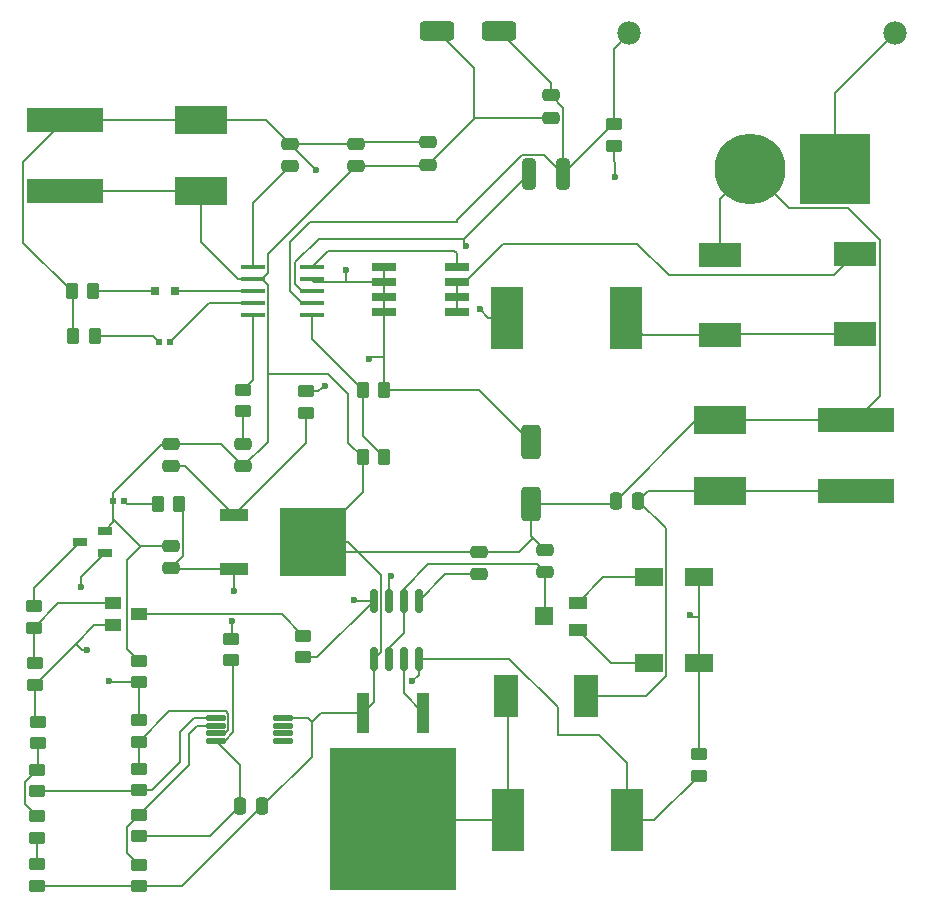
<source format=gbr>
%TF.GenerationSoftware,KiCad,Pcbnew,8.0.1*%
%TF.CreationDate,2024-03-28T16:14:10+02:00*%
%TF.ProjectId,power,706f7765-722e-46b6-9963-61645f706362,rev?*%
%TF.SameCoordinates,Original*%
%TF.FileFunction,Copper,L1,Top*%
%TF.FilePolarity,Positive*%
%FSLAX46Y46*%
G04 Gerber Fmt 4.6, Leading zero omitted, Abs format (unit mm)*
G04 Created by KiCad (PCBNEW 8.0.1) date 2024-03-28 16:14:10*
%MOMM*%
%LPD*%
G01*
G04 APERTURE LIST*
G04 Aperture macros list*
%AMRoundRect*
0 Rectangle with rounded corners*
0 $1 Rounding radius*
0 $2 $3 $4 $5 $6 $7 $8 $9 X,Y pos of 4 corners*
0 Add a 4 corners polygon primitive as box body*
4,1,4,$2,$3,$4,$5,$6,$7,$8,$9,$2,$3,0*
0 Add four circle primitives for the rounded corners*
1,1,$1+$1,$2,$3*
1,1,$1+$1,$4,$5*
1,1,$1+$1,$6,$7*
1,1,$1+$1,$8,$9*
0 Add four rect primitives between the rounded corners*
20,1,$1+$1,$2,$3,$4,$5,0*
20,1,$1+$1,$4,$5,$6,$7,0*
20,1,$1+$1,$6,$7,$8,$9,0*
20,1,$1+$1,$8,$9,$2,$3,0*%
G04 Aperture macros list end*
%TA.AperFunction,SMDPad,CuDef*%
%ADD10R,1.400000X1.000000*%
%TD*%
%TA.AperFunction,ComponentPad*%
%ADD11C,6.000000*%
%TD*%
%TA.AperFunction,ComponentPad*%
%ADD12R,6.000000X6.000000*%
%TD*%
%TA.AperFunction,SMDPad,CuDef*%
%ADD13RoundRect,0.250000X0.475000X-0.250000X0.475000X0.250000X-0.475000X0.250000X-0.475000X-0.250000X0*%
%TD*%
%TA.AperFunction,SMDPad,CuDef*%
%ADD14R,0.500000X0.600000*%
%TD*%
%TA.AperFunction,SMDPad,CuDef*%
%ADD15RoundRect,0.042000X0.573000X0.258000X-0.573000X0.258000X-0.573000X-0.258000X0.573000X-0.258000X0*%
%TD*%
%TA.AperFunction,SMDPad,CuDef*%
%ADD16R,2.330000X1.560000*%
%TD*%
%TA.AperFunction,SMDPad,CuDef*%
%ADD17RoundRect,0.250000X-0.475000X0.250000X-0.475000X-0.250000X0.475000X-0.250000X0.475000X0.250000X0*%
%TD*%
%TA.AperFunction,SMDPad,CuDef*%
%ADD18R,1.041400X3.505200*%
%TD*%
%TA.AperFunction,SMDPad,CuDef*%
%ADD19R,10.718800X12.014200*%
%TD*%
%TA.AperFunction,SMDPad,CuDef*%
%ADD20RoundRect,0.250000X-0.262500X-0.450000X0.262500X-0.450000X0.262500X0.450000X-0.262500X0.450000X0*%
%TD*%
%TA.AperFunction,SMDPad,CuDef*%
%ADD21R,3.600000X2.000000*%
%TD*%
%TA.AperFunction,SMDPad,CuDef*%
%ADD22R,0.800000X0.800000*%
%TD*%
%TA.AperFunction,SMDPad,CuDef*%
%ADD23R,2.794000X5.308600*%
%TD*%
%TA.AperFunction,SMDPad,CuDef*%
%ADD24RoundRect,0.250000X0.450000X-0.262500X0.450000X0.262500X-0.450000X0.262500X-0.450000X-0.262500X0*%
%TD*%
%TA.AperFunction,SMDPad,CuDef*%
%ADD25RoundRect,0.250000X-0.450000X0.262500X-0.450000X-0.262500X0.450000X-0.262500X0.450000X0.262500X0*%
%TD*%
%TA.AperFunction,SMDPad,CuDef*%
%ADD26R,1.600000X1.100000*%
%TD*%
%TA.AperFunction,SMDPad,CuDef*%
%ADD27R,1.600000X1.600000*%
%TD*%
%TA.AperFunction,SMDPad,CuDef*%
%ADD28RoundRect,0.324000X-0.486000X1.146000X-0.486000X-1.146000X0.486000X-1.146000X0.486000X1.146000X0*%
%TD*%
%TA.AperFunction,SMDPad,CuDef*%
%ADD29R,2.000000X3.600000*%
%TD*%
%TA.AperFunction,SMDPad,CuDef*%
%ADD30R,6.500000X2.100000*%
%TD*%
%TA.AperFunction,SMDPad,CuDef*%
%ADD31R,4.500000X2.400000*%
%TD*%
%TA.AperFunction,SMDPad,CuDef*%
%ADD32R,2.400000X0.980000*%
%TD*%
%TA.AperFunction,SMDPad,CuDef*%
%ADD33R,5.570000X5.860000*%
%TD*%
%TA.AperFunction,SMDPad,CuDef*%
%ADD34RoundRect,0.020500X0.764500X0.184500X-0.764500X0.184500X-0.764500X-0.184500X0.764500X-0.184500X0*%
%TD*%
%TA.AperFunction,SMDPad,CuDef*%
%ADD35RoundRect,0.250000X0.312500X1.075000X-0.312500X1.075000X-0.312500X-1.075000X0.312500X-1.075000X0*%
%TD*%
%TA.AperFunction,SMDPad,CuDef*%
%ADD36RoundRect,0.250000X0.262500X0.450000X-0.262500X0.450000X-0.262500X-0.450000X0.262500X-0.450000X0*%
%TD*%
%TA.AperFunction,SMDPad,CuDef*%
%ADD37R,2.032000X0.660400*%
%TD*%
%TA.AperFunction,ComponentPad*%
%ADD38C,1.980000*%
%TD*%
%TA.AperFunction,SMDPad,CuDef*%
%ADD39RoundRect,0.250000X0.250000X0.475000X-0.250000X0.475000X-0.250000X-0.475000X0.250000X-0.475000X0*%
%TD*%
%TA.AperFunction,SMDPad,CuDef*%
%ADD40RoundRect,0.150000X0.150000X-0.825000X0.150000X0.825000X-0.150000X0.825000X-0.150000X-0.825000X0*%
%TD*%
%TA.AperFunction,SMDPad,CuDef*%
%ADD41RoundRect,0.324000X1.146000X0.486000X-1.146000X0.486000X-1.146000X-0.486000X1.146000X-0.486000X0*%
%TD*%
%TA.AperFunction,SMDPad,CuDef*%
%ADD42RoundRect,0.250000X-0.250000X-0.475000X0.250000X-0.475000X0.250000X0.475000X-0.250000X0.475000X0*%
%TD*%
%TA.AperFunction,SMDPad,CuDef*%
%ADD43R,2.000000X0.450000*%
%TD*%
%TA.AperFunction,ViaPad*%
%ADD44C,0.600000*%
%TD*%
%TA.AperFunction,Conductor*%
%ADD45C,0.200000*%
%TD*%
G04 APERTURE END LIST*
D10*
%TO.P,Q3,1,G*%
%TO.N,Net-(Q3-G)*%
X70142000Y-108796000D03*
%TO.P,Q3,2,S*%
%TO.N,/V_BAT+*%
X70142000Y-110696000D03*
%TO.P,Q3,3,D*%
%TO.N,/BOOST+*%
X72342000Y-109746000D03*
%TD*%
D11*
%TO.P,J2,N,NEG*%
%TO.N,GND*%
X124119000Y-72093000D03*
D12*
%TO.P,J2,P,POS*%
%TO.N,Net-(J2-POS)*%
X131319000Y-72093000D03*
%TD*%
D13*
%TO.P,C1,1*%
%TO.N,Net-(U1-INPUT)*%
X75097000Y-97234000D03*
%TO.P,C1,2*%
%TO.N,GND*%
X75097000Y-95334000D03*
%TD*%
D14*
%TO.P,D3,A*%
%TO.N,Net-(D3-PadA)*%
X71102000Y-100160000D03*
%TO.P,D3,C*%
%TO.N,GND*%
X70202000Y-100160000D03*
%TD*%
D15*
%TO.P,Q2,1*%
%TO.N,Net-(Q2-Pad1)*%
X69470000Y-104600000D03*
%TO.P,Q2,2*%
%TO.N,GND*%
X69470000Y-102700000D03*
%TO.P,Q2,3*%
%TO.N,Net-(Q2-Pad3)*%
X67350000Y-103650000D03*
%TD*%
D16*
%TO.P,D6,1*%
%TO.N,Net-(U3-DIS)*%
X119801000Y-106637000D03*
%TO.P,D6,2*%
%TO.N,Net-(D6-Pad2)*%
X115521000Y-106637000D03*
%TD*%
D17*
%TO.P,C10,1*%
%TO.N,Net-(IC1-BAT)*%
X107228000Y-65809000D03*
%TO.P,C10,2*%
%TO.N,GND*%
X107228000Y-67709000D03*
%TD*%
D18*
%TO.P,MOSFETE1,1,G*%
%TO.N,Net-(MOSFETE1-G)*%
X96433000Y-118079700D03*
D19*
%TO.P,MOSFETE1,2,D*%
%TO.N,Net-(MOSFETE1-D)*%
X93893000Y-127084000D03*
D18*
%TO.P,MOSFETE1,3,S*%
%TO.N,GND*%
X91353000Y-118079700D03*
%TD*%
D20*
%TO.P,R8,1*%
%TO.N,VCC*%
X66668000Y-82380000D03*
%TO.P,R8,2*%
%TO.N,Net-(D2-A)*%
X68493000Y-82380000D03*
%TD*%
D21*
%TO.P,D4,A*%
%TO.N,Net-(D4-PadA)*%
X133009000Y-79234000D03*
%TO.P,D4,C*%
%TO.N,Net-(D4-PadC)*%
X133009000Y-86034000D03*
%TD*%
D22*
%TO.P,D2,1,K*%
%TO.N,Net-(D2-K)*%
X75414000Y-82380000D03*
%TO.P,D2,2,A*%
%TO.N,Net-(D2-A)*%
X73764000Y-82380000D03*
%TD*%
D23*
%TO.P,L2,1,1*%
%TO.N,Net-(MOSFETE1-D)*%
X103583100Y-127211000D03*
%TO.P,L2,2,2*%
%TO.N,Net-(U3-R)*%
X113666900Y-127211000D03*
%TD*%
D24*
%TO.P,R21,1*%
%TO.N,Net-(U3-R)*%
X119801000Y-123424500D03*
%TO.P,R21,2*%
%TO.N,Net-(U3-DIS)*%
X119801000Y-121599500D03*
%TD*%
D25*
%TO.P,R13,1*%
%TO.N,Net-(Q2-Pad1)*%
X72342000Y-118716000D03*
%TO.P,R13,2*%
%TO.N,Net-(R13-Pad2)*%
X72342000Y-120541000D03*
%TD*%
D24*
%TO.P,R25,1*%
%TO.N,Net-(U2B-+)*%
X63706000Y-124755500D03*
%TO.P,R25,2*%
%TO.N,Net-(R1-Pad1)*%
X63706000Y-122930500D03*
%TD*%
D25*
%TO.P,R22,1*%
%TO.N,Net-(IC1-BAT)*%
X112562000Y-68259500D03*
%TO.P,R22,2*%
%TO.N,/V_BAT+*%
X112562000Y-70084500D03*
%TD*%
%TO.P,R1,1*%
%TO.N,Net-(R1-Pad1)*%
X63706000Y-126844000D03*
%TO.P,R1,2*%
%TO.N,Net-(R1-Pad2)*%
X63706000Y-128669000D03*
%TD*%
D17*
%TO.P,C3,1*%
%TO.N,Net-(C3-Pad1)*%
X81193000Y-95334000D03*
%TO.P,C3,2*%
%TO.N,GND*%
X81193000Y-97234000D03*
%TD*%
D26*
%TO.P,R20,1*%
%TO.N,Net-(D6-Pad2)*%
X109567000Y-108772500D03*
D27*
%TO.P,R20,2*%
%TO.N,Net-(U3-THR)*%
X106667000Y-109922500D03*
D26*
%TO.P,R20,3*%
%TO.N,Net-(D7-Pad1)*%
X109567000Y-111072500D03*
%TD*%
D28*
%TO.P,C6,N*%
%TO.N,GND*%
X105577000Y-100437000D03*
%TO.P,C6,P*%
%TO.N,VCC*%
X105577000Y-95207000D03*
%TD*%
D29*
%TO.P,D8,A*%
%TO.N,Net-(MOSFETE1-D)*%
X103447000Y-116670000D03*
%TO.P,D8,C*%
%TO.N,Net-(C13-Pad1)*%
X110247000Y-116670000D03*
%TD*%
D30*
%TO.P,J1,1_1,1*%
%TO.N,VCC*%
X66137000Y-67950000D03*
D31*
%TO.P,J1,1_2,1*%
X77637000Y-67950000D03*
D30*
%TO.P,J1,2_1,2*%
%TO.N,GND*%
X66137000Y-73950000D03*
D31*
%TO.P,J1,2_2,2*%
X77637000Y-73950000D03*
%TD*%
D13*
%TO.P,C9,1*%
%TO.N,Net-(U3-THR)*%
X106720000Y-106190000D03*
%TO.P,C9,2*%
%TO.N,GND*%
X106720000Y-104290000D03*
%TD*%
D30*
%TO.P,J3,1_1,1*%
%TO.N,Net-(C13-Pad1)*%
X133079000Y-99350000D03*
D31*
%TO.P,J3,1_2,1*%
X121579000Y-99350000D03*
D30*
%TO.P,J3,2_1,2*%
%TO.N,GND*%
X133079000Y-93350000D03*
D31*
%TO.P,J3,2_2,2*%
X121579000Y-93350000D03*
%TD*%
D32*
%TO.P,U1,1,INPUT*%
%TO.N,Net-(U1-INPUT)*%
X80422000Y-101369250D03*
%TO.P,U1,2,OUTPUT*%
%TO.N,Net-(U1-OUTPUT)*%
X80422000Y-105929250D03*
D33*
%TO.P,U1,3,GROUND*%
%TO.N,GND*%
X87092000Y-103649250D03*
%TD*%
D25*
%TO.P,R26,1*%
%TO.N,Net-(R13-Pad2)*%
X72342000Y-122827000D03*
%TO.P,R26,2*%
%TO.N,Net-(U2B-+)*%
X72342000Y-124652000D03*
%TD*%
D34*
%TO.P,U2,1*%
%TO.N,N/C*%
X84610000Y-120500000D03*
%TO.P,U2,2*%
X84610000Y-119850000D03*
%TO.P,U2,3*%
X84610000Y-119200000D03*
%TO.P,U2,4,V-*%
%TO.N,GND*%
X84610000Y-118550000D03*
%TO.P,U2,5,+*%
%TO.N,Net-(U2B-+)*%
X78870000Y-118550000D03*
%TO.P,U2,6,-*%
%TO.N,Net-(U2B--)*%
X78870000Y-119200000D03*
%TO.P,U2,7*%
%TO.N,Net-(R13-Pad2)*%
X78870000Y-119850000D03*
%TO.P,U2,8,V+*%
%TO.N,/5V+*%
X78870000Y-120500000D03*
%TD*%
D25*
%TO.P,R18,1*%
%TO.N,/BOOST+*%
X86273000Y-111566500D03*
%TO.P,R18,2*%
%TO.N,Net-(U3-R)*%
X86273000Y-113391500D03*
%TD*%
D17*
%TO.P,C8,1*%
%TO.N,VCC*%
X96814000Y-69812000D03*
%TO.P,C8,2*%
%TO.N,GND*%
X96814000Y-71712000D03*
%TD*%
D35*
%TO.P,R19,1*%
%TO.N,Net-(IC1-BAT)*%
X108309500Y-72474000D03*
%TO.P,R19,2*%
%TO.N,Net-(IC1-CSP)*%
X105384500Y-72474000D03*
%TD*%
D36*
%TO.P,R12,1*%
%TO.N,Net-(IC1-MPPT)*%
X93154500Y-96477000D03*
%TO.P,R12,2*%
%TO.N,GND*%
X91329500Y-96477000D03*
%TD*%
D37*
%TO.P,Q1,1*%
%TO.N,Net-(D4-PadA)*%
X99277800Y-84158000D03*
%TO.P,Q1,2*%
X99277800Y-82888000D03*
%TO.P,Q1,3*%
X99277800Y-81618000D03*
%TO.P,Q1,4*%
%TO.N,Net-(IC1-DRV)*%
X99277800Y-80348000D03*
%TO.P,Q1,5*%
%TO.N,VCC*%
X93131000Y-80348000D03*
%TO.P,Q1,6*%
X93131000Y-81618000D03*
%TO.P,Q1,7*%
X93131000Y-82888000D03*
%TO.P,Q1,8*%
X93131000Y-84158000D03*
%TD*%
D24*
%TO.P,R15,1*%
%TO.N,/V_BAT+*%
X63579000Y-115715000D03*
%TO.P,R15,2*%
%TO.N,Net-(Q3-G)*%
X63579000Y-113890000D03*
%TD*%
D14*
%TO.P,D1,A*%
%TO.N,Net-(D1-PadA)*%
X74081000Y-86698000D03*
%TO.P,D1,C*%
%TO.N,Net-(IC1-DONE)*%
X74981000Y-86698000D03*
%TD*%
D36*
%TO.P,R10,1*%
%TO.N,Net-(U1-OUTPUT)*%
X75779000Y-100414000D03*
%TO.P,R10,2*%
%TO.N,Net-(D3-PadA)*%
X73954000Y-100414000D03*
%TD*%
D25*
%TO.P,R2,1*%
%TO.N,Net-(R1-Pad2)*%
X63706000Y-130908000D03*
%TO.P,R2,2*%
%TO.N,GND*%
X63706000Y-132733000D03*
%TD*%
D16*
%TO.P,D7,1*%
%TO.N,Net-(D7-Pad1)*%
X115521000Y-113876000D03*
%TO.P,D7,2*%
%TO.N,Net-(U3-DIS)*%
X119801000Y-113876000D03*
%TD*%
D25*
%TO.P,R9,1*%
%TO.N,Net-(IC1-COM)*%
X81193000Y-90762000D03*
%TO.P,R9,2*%
%TO.N,Net-(C3-Pad1)*%
X81193000Y-92587000D03*
%TD*%
D17*
%TO.P,C2,1*%
%TO.N,VCC*%
X85130000Y-69934000D03*
%TO.P,C2,2*%
%TO.N,Net-(IC1-VG)*%
X85130000Y-71834000D03*
%TD*%
%TO.P,C7,1*%
%TO.N,VCC*%
X90718000Y-69934000D03*
%TO.P,C7,2*%
%TO.N,GND*%
X90718000Y-71834000D03*
%TD*%
D38*
%TO.P,F1,1*%
%TO.N,Net-(J2-POS)*%
X136385000Y-60536000D03*
%TO.P,F1,2*%
%TO.N,Net-(IC1-BAT)*%
X113885000Y-60536000D03*
%TD*%
D13*
%TO.P,C5,1*%
%TO.N,Net-(U1-OUTPUT)*%
X75097000Y-105875000D03*
%TO.P,C5,2*%
%TO.N,GND*%
X75097000Y-103975000D03*
%TD*%
D25*
%TO.P,R6,1*%
%TO.N,Net-(U2B--)*%
X72342000Y-130955000D03*
%TO.P,R6,2*%
%TO.N,GND*%
X72342000Y-132780000D03*
%TD*%
D39*
%TO.P,C13,1*%
%TO.N,Net-(C13-Pad1)*%
X114655000Y-100160000D03*
%TO.P,C13,2*%
%TO.N,GND*%
X112755000Y-100160000D03*
%TD*%
D36*
%TO.P,R14,1*%
%TO.N,VCC*%
X93131000Y-90762000D03*
%TO.P,R14,2*%
%TO.N,Net-(IC1-MPPT)*%
X91306000Y-90762000D03*
%TD*%
D40*
%TO.P,U3,1,GND*%
%TO.N,GND*%
X92242000Y-113557000D03*
%TO.P,U3,2,TR*%
%TO.N,Net-(U3-THR)*%
X93512000Y-113557000D03*
%TO.P,U3,3,Q*%
%TO.N,Net-(MOSFETE1-G)*%
X94782000Y-113557000D03*
%TO.P,U3,4,R*%
%TO.N,Net-(U3-R)*%
X96052000Y-113557000D03*
%TO.P,U3,5,CV*%
%TO.N,Net-(U3-CV)*%
X96052000Y-108607000D03*
%TO.P,U3,6,THR*%
%TO.N,Net-(U3-THR)*%
X94782000Y-108607000D03*
%TO.P,U3,7,DIS*%
%TO.N,Net-(U3-DIS)*%
X93512000Y-108607000D03*
%TO.P,U3,8,VCC*%
%TO.N,Net-(U3-R)*%
X92242000Y-108607000D03*
%TD*%
D25*
%TO.P,R16,1*%
%TO.N,GND*%
X72342000Y-113683000D03*
%TO.P,R16,2*%
%TO.N,Net-(Q2-Pad1)*%
X72342000Y-115508000D03*
%TD*%
D41*
%TO.P,C11,N*%
%TO.N,GND*%
X97628000Y-60409000D03*
%TO.P,C11,P*%
%TO.N,Net-(IC1-BAT)*%
X102858000Y-60409000D03*
%TD*%
D25*
%TO.P,R3,1*%
%TO.N,/V_BAT+*%
X63809500Y-118866500D03*
%TO.P,R3,2*%
%TO.N,Net-(R1-Pad1)*%
X63809500Y-120691500D03*
%TD*%
%TO.P,R11,1*%
%TO.N,Net-(U1-OUTPUT)*%
X80177000Y-111820500D03*
%TO.P,R11,2*%
%TO.N,/5V+*%
X80177000Y-113645500D03*
%TD*%
D42*
%TO.P,C4,1*%
%TO.N,/5V+*%
X80917000Y-126002000D03*
%TO.P,C4,2*%
%TO.N,GND*%
X82817000Y-126002000D03*
%TD*%
D43*
%TO.P,IC1,1,VG*%
%TO.N,Net-(IC1-VG)*%
X81995000Y-80391000D03*
%TO.P,IC1,2,GND*%
%TO.N,GND*%
X81995000Y-81391000D03*
%TO.P,IC1,3,CHRG*%
%TO.N,Net-(D2-K)*%
X81995000Y-82391000D03*
%TO.P,IC1,4,DONE*%
%TO.N,Net-(IC1-DONE)*%
X81995000Y-83391000D03*
%TO.P,IC1,5,COM*%
%TO.N,Net-(IC1-COM)*%
X81995000Y-84391000D03*
%TO.P,IC1,6,MPPT*%
%TO.N,Net-(IC1-MPPT)*%
X86995000Y-84391000D03*
%TO.P,IC1,7,BAT*%
%TO.N,Net-(IC1-BAT)*%
X86995000Y-83391000D03*
%TO.P,IC1,8,CSP*%
%TO.N,Net-(IC1-CSP)*%
X86995000Y-82391000D03*
%TO.P,IC1,9,VCC*%
%TO.N,VCC*%
X86995000Y-81391000D03*
%TO.P,IC1,10,DRV*%
%TO.N,Net-(IC1-DRV)*%
X86995000Y-80391000D03*
%TD*%
D25*
%TO.P,R4,1*%
%TO.N,VCC*%
X86527000Y-90889000D03*
%TO.P,R4,2*%
%TO.N,Net-(U1-INPUT)*%
X86527000Y-92714000D03*
%TD*%
D20*
%TO.P,R7,1*%
%TO.N,VCC*%
X66818500Y-86190000D03*
%TO.P,R7,2*%
%TO.N,Net-(D1-PadA)*%
X68643500Y-86190000D03*
%TD*%
D13*
%TO.P,C12,1*%
%TO.N,Net-(U3-CV)*%
X101132000Y-106378000D03*
%TO.P,C12,2*%
%TO.N,GND*%
X101132000Y-104478000D03*
%TD*%
D23*
%TO.P,L1,1,1*%
%TO.N,Net-(IC1-CSP)*%
X103545000Y-84666000D03*
%TO.P,L1,2,2*%
%TO.N,Net-(D4-PadC)*%
X113628800Y-84666000D03*
%TD*%
D21*
%TO.P,D5,A*%
%TO.N,GND*%
X121579000Y-79332000D03*
%TO.P,D5,C*%
%TO.N,Net-(D4-PadC)*%
X121579000Y-86132000D03*
%TD*%
D24*
%TO.P,R5,1*%
%TO.N,/5V+*%
X72342000Y-128565500D03*
%TO.P,R5,2*%
%TO.N,Net-(U2B--)*%
X72342000Y-126740500D03*
%TD*%
%TO.P,R17,1*%
%TO.N,Net-(Q3-G)*%
X63452000Y-110889000D03*
%TO.P,R17,2*%
%TO.N,Net-(Q2-Pad3)*%
X63452000Y-109064000D03*
%TD*%
D44*
%TO.N,VCC*%
X89916000Y-80645000D03*
X88138000Y-90424000D03*
X87376000Y-72136000D03*
X91821000Y-88138000D03*
%TO.N,Net-(IC1-CSP)*%
X100076000Y-78613000D03*
X101219000Y-83947000D03*
%TO.N,Net-(U3-DIS)*%
X93726000Y-106553000D03*
X118999000Y-109855000D03*
%TO.N,Net-(U3-R)*%
X90551000Y-108585000D03*
X95504000Y-115443000D03*
%TO.N,/V_BAT+*%
X67945000Y-112776000D03*
X112649000Y-72771000D03*
%TO.N,Net-(U1-OUTPUT)*%
X80264000Y-110363000D03*
X80391000Y-107823000D03*
%TO.N,Net-(Q2-Pad1)*%
X67437000Y-107442000D03*
X69850000Y-115443000D03*
%TD*%
D45*
%TO.N,VCC*%
X93131000Y-88011000D02*
X93131000Y-90762000D01*
X91948000Y-88011000D02*
X91821000Y-88138000D01*
X86527000Y-90889000D02*
X87546000Y-90889000D01*
X66818500Y-86190000D02*
X66818500Y-82530500D01*
X87332000Y-72136000D02*
X87376000Y-72136000D01*
X93131000Y-81618000D02*
X89916000Y-81618000D01*
X87546000Y-90889000D02*
X88138000Y-90424000D01*
X93131000Y-90762000D02*
X101132000Y-90762000D01*
X90718000Y-69934000D02*
X91270000Y-69934000D01*
X83146000Y-67950000D02*
X85130000Y-69934000D01*
X101132000Y-90762000D02*
X105577000Y-95207000D01*
X66668000Y-82380000D02*
X62587000Y-78299000D01*
X77637000Y-67950000D02*
X83146000Y-67950000D01*
X93131000Y-88011000D02*
X91948000Y-88011000D01*
X93131000Y-84158000D02*
X93131000Y-88011000D01*
X87376000Y-72180000D02*
X87376000Y-72180000D01*
X87376000Y-72136000D02*
X87376000Y-72180000D01*
X62587000Y-71500000D02*
X66137000Y-67950000D01*
X93131000Y-80348000D02*
X93131000Y-81618000D01*
X93131000Y-82888000D02*
X93131000Y-84158000D01*
X87222000Y-81618000D02*
X86995000Y-81391000D01*
X89916000Y-80645000D02*
X89916000Y-81618000D01*
X89916000Y-81618000D02*
X87222000Y-81618000D01*
X91392000Y-69812000D02*
X96814000Y-69812000D01*
X90718000Y-69934000D02*
X85130000Y-69934000D01*
X93131000Y-81618000D02*
X93131000Y-82888000D01*
X66137000Y-67950000D02*
X77637000Y-67950000D01*
X85130000Y-69934000D02*
X87332000Y-72136000D01*
X87376000Y-72180000D02*
X87376000Y-72263000D01*
X62587000Y-78299000D02*
X62587000Y-71500000D01*
X88138000Y-90424000D02*
X88011000Y-90424000D01*
X91270000Y-69934000D02*
X91392000Y-69812000D01*
X66818500Y-82530500D02*
X66668000Y-82380000D01*
%TO.N,Net-(IC1-VG)*%
X85130000Y-71834000D02*
X81995000Y-74969000D01*
X81995000Y-74969000D02*
X81995000Y-80391000D01*
%TO.N,GND*%
X96187000Y-71834000D02*
X90718000Y-71834000D01*
X72517000Y-103975000D02*
X72450000Y-103975000D01*
X133079000Y-93350000D02*
X121579000Y-93350000D01*
X92842000Y-106414250D02*
X92842000Y-112957000D01*
X100817000Y-67709000D02*
X100709500Y-67816500D01*
X74372000Y-95334000D02*
X70202000Y-99504000D01*
X106720000Y-104290000D02*
X105736000Y-103306000D01*
X86995000Y-118872000D02*
X87787300Y-118079700D01*
X121579000Y-79332000D02*
X121579000Y-74633000D01*
X132416000Y-75393000D02*
X127419000Y-75393000D01*
X82820000Y-81391000D02*
X83295000Y-81866000D01*
X105577000Y-103147000D02*
X105577000Y-100437000D01*
X70202000Y-101968000D02*
X69470000Y-102700000D01*
X83295000Y-89408000D02*
X88392000Y-89408000D01*
X71342000Y-112683000D02*
X71342000Y-105150000D01*
X101132000Y-104478000D02*
X104564000Y-104478000D01*
X72342000Y-132780000D02*
X76039000Y-132780000D01*
X119565000Y-93350000D02*
X121579000Y-93350000D01*
X87092000Y-103649250D02*
X91329500Y-99411750D01*
X79293000Y-95334000D02*
X81193000Y-97234000D01*
X92242000Y-117190700D02*
X91353000Y-118079700D01*
X83295000Y-81866000D02*
X83295000Y-89408000D01*
X87920750Y-104478000D02*
X87092000Y-103649250D01*
X92842000Y-112957000D02*
X92242000Y-113557000D01*
X127419000Y-75393000D02*
X124119000Y-72093000D01*
X76039000Y-132780000D02*
X82817000Y-126002000D01*
X90077000Y-103649250D02*
X92842000Y-106414250D01*
X63706000Y-132733000D02*
X72295000Y-132733000D01*
X77637000Y-73950000D02*
X77637000Y-78233000D01*
X107228000Y-67709000D02*
X100817000Y-67709000D01*
X86995000Y-121824000D02*
X86995000Y-118872000D01*
X72342000Y-113683000D02*
X71342000Y-112683000D01*
X105736000Y-103306000D02*
X105577000Y-103147000D01*
X77637000Y-73950000D02*
X66137000Y-73950000D01*
X70202000Y-101727000D02*
X70202000Y-101968000D01*
X86995000Y-118872000D02*
X86673000Y-118550000D01*
X72295000Y-132733000D02*
X72342000Y-132780000D01*
X82817000Y-126002000D02*
X86995000Y-121824000D01*
X97628000Y-60409000D02*
X100709500Y-63490500D01*
X135109000Y-78086000D02*
X132416000Y-75393000D01*
X80795000Y-81391000D02*
X81995000Y-81391000D01*
X96814000Y-71712000D02*
X96309000Y-71712000D01*
X70202000Y-100160000D02*
X70202000Y-101727000D01*
X71105500Y-102630500D02*
X70202000Y-101727000D01*
X92242000Y-113557000D02*
X92242000Y-117190700D01*
X100709500Y-67816500D02*
X96814000Y-71712000D01*
X100709500Y-63490500D02*
X100709500Y-67816500D01*
X83295000Y-80866000D02*
X82770000Y-81391000D01*
X83295000Y-79257000D02*
X83295000Y-80866000D01*
X104564000Y-104478000D02*
X105736000Y-103306000D01*
X82770000Y-81391000D02*
X81995000Y-81391000D01*
X87092000Y-103649250D02*
X90077000Y-103649250D01*
X133079000Y-93350000D02*
X135109000Y-91320000D01*
X71342000Y-105150000D02*
X72517000Y-103975000D01*
X88392000Y-89408000D02*
X90072750Y-91088750D01*
X75097000Y-95334000D02*
X74372000Y-95334000D01*
X135109000Y-91320000D02*
X135109000Y-78086000D01*
X101132000Y-104478000D02*
X87920750Y-104478000D01*
X77637000Y-78233000D02*
X80795000Y-81391000D01*
X90718000Y-71834000D02*
X83295000Y-79257000D01*
X121579000Y-74633000D02*
X124119000Y-72093000D01*
X75097000Y-95334000D02*
X79293000Y-95334000D01*
X90072750Y-95220250D02*
X91329500Y-96477000D01*
X91329500Y-99411750D02*
X91329500Y-96477000D01*
X87787300Y-118079700D02*
X91353000Y-118079700D01*
X86673000Y-118550000D02*
X84610000Y-118550000D01*
X96309000Y-71712000D02*
X96187000Y-71834000D01*
X83295000Y-95132000D02*
X81193000Y-97234000D01*
X105577000Y-100437000D02*
X112478000Y-100437000D01*
X72450000Y-103975000D02*
X71105500Y-102630500D01*
X70202000Y-99504000D02*
X70202000Y-100160000D01*
X83295000Y-89408000D02*
X83295000Y-95132000D01*
X112478000Y-100437000D02*
X112755000Y-100160000D01*
X112755000Y-100160000D02*
X119565000Y-93350000D01*
X71342000Y-102867000D02*
X71105500Y-102630500D01*
X90072750Y-91088750D02*
X90072750Y-95220250D01*
X81995000Y-81391000D02*
X82820000Y-81391000D01*
X75097000Y-103975000D02*
X72517000Y-103975000D01*
%TO.N,/5V+*%
X80355000Y-119767824D02*
X80355000Y-113823500D01*
X80355000Y-113823500D02*
X80177000Y-113645500D01*
X79622824Y-120500000D02*
X80355000Y-119767824D01*
X80917000Y-126002000D02*
X78353500Y-128565500D01*
X80917000Y-126002000D02*
X80917000Y-122547000D01*
X78353500Y-128565500D02*
X72342000Y-128565500D01*
X80917000Y-122547000D02*
X78870000Y-120500000D01*
X78870000Y-120500000D02*
X79622824Y-120500000D01*
%TO.N,Net-(IC1-BAT)*%
X85198000Y-82419000D02*
X86170000Y-83391000D01*
X99314000Y-76372256D02*
X99314000Y-76581000D01*
X86868000Y-76581000D02*
X85198000Y-78251000D01*
X107228000Y-65809000D02*
X108309500Y-66890500D01*
X112562000Y-68259500D02*
X112524000Y-68259500D01*
X108309500Y-66890500D02*
X108309500Y-72474000D01*
X104837256Y-70849000D02*
X99314000Y-76372256D01*
X106684500Y-70849000D02*
X104837256Y-70849000D01*
X112524000Y-68259500D02*
X108309500Y-72474000D01*
X102858000Y-60409000D02*
X107228000Y-64779000D01*
X112562000Y-68259500D02*
X112562000Y-61859000D01*
X112562000Y-61859000D02*
X113885000Y-60536000D01*
X107228000Y-64779000D02*
X107228000Y-65809000D01*
X99314000Y-76581000D02*
X86868000Y-76581000D01*
X86170000Y-83391000D02*
X86995000Y-83391000D01*
X108309500Y-72474000D02*
X106684500Y-70849000D01*
X85198000Y-78251000D02*
X85198000Y-82419000D01*
%TO.N,Net-(U3-THR)*%
X94782000Y-108607000D02*
X94782000Y-107632001D01*
X106720000Y-109869500D02*
X106667000Y-109922500D01*
X94782000Y-107632001D02*
X96877001Y-105537000D01*
X96877001Y-105537000D02*
X106067000Y-105537000D01*
X93512000Y-113557000D02*
X93512000Y-112582001D01*
X93512000Y-112582001D02*
X94782000Y-111312001D01*
X94782000Y-111312001D02*
X94782000Y-108607000D01*
X106720000Y-106190000D02*
X106720000Y-109869500D01*
X106067000Y-105537000D02*
X106720000Y-106190000D01*
%TO.N,Net-(U3-CV)*%
X96052000Y-108607000D02*
X98281000Y-106378000D01*
X98281000Y-106378000D02*
X101132000Y-106378000D01*
%TO.N,Net-(D1-PadA)*%
X68643500Y-86190000D02*
X73573000Y-86190000D01*
X73573000Y-86190000D02*
X74081000Y-86698000D01*
%TO.N,Net-(IC1-CSP)*%
X105384500Y-72474000D02*
X99890100Y-77968400D01*
X87592600Y-77968400D02*
X85598000Y-79963000D01*
X103545000Y-84666000D02*
X103422800Y-84788200D01*
X87820000Y-82391000D02*
X86995000Y-82391000D01*
X99890100Y-78554100D02*
X100076000Y-78613000D01*
X99890100Y-77968400D02*
X99890100Y-78554100D01*
X103545000Y-84666000D02*
X101938000Y-84666000D01*
X101938000Y-84666000D02*
X101219000Y-83947000D01*
X85598000Y-79963000D02*
X85598000Y-81769000D01*
X86220000Y-82391000D02*
X86995000Y-82391000D01*
X99890100Y-77968400D02*
X87592600Y-77968400D01*
X85598000Y-81769000D02*
X86220000Y-82391000D01*
X100076000Y-78613000D02*
X99949000Y-78613000D01*
%TO.N,Net-(D4-PadA)*%
X99277800Y-84158000D02*
X99277800Y-82888000D01*
X133009000Y-79234000D02*
X131217000Y-81026000D01*
X131217000Y-81026000D02*
X117221000Y-81026000D01*
X114563400Y-78368400D02*
X103213200Y-78368400D01*
X117221000Y-81026000D02*
X114563400Y-78368400D01*
X103213200Y-78368400D02*
X99963600Y-81618000D01*
X99277800Y-82888000D02*
X99277800Y-81618000D01*
X99963600Y-81618000D02*
X99277800Y-81618000D01*
%TO.N,Net-(U3-DIS)*%
X119801000Y-106637000D02*
X119801000Y-109982000D01*
X93512000Y-108607000D02*
X93512000Y-106767000D01*
X119801000Y-109982000D02*
X119126000Y-109982000D01*
X119801000Y-109982000D02*
X119801000Y-113876000D01*
X119126000Y-109982000D02*
X118999000Y-109855000D01*
X119801000Y-121599500D02*
X119801000Y-113876000D01*
X93512000Y-106767000D02*
X93726000Y-106553000D01*
%TO.N,Net-(IC1-COM)*%
X81995000Y-84391000D02*
X81995000Y-89960000D01*
X81995000Y-89960000D02*
X81193000Y-90762000D01*
%TO.N,Net-(IC1-DONE)*%
X78288000Y-83391000D02*
X74981000Y-86698000D01*
X81995000Y-83391000D02*
X78288000Y-83391000D01*
%TO.N,Net-(U3-R)*%
X113666900Y-127211000D02*
X116014500Y-127211000D01*
X96052000Y-114895000D02*
X95504000Y-115443000D01*
X113666900Y-122319778D02*
X111362122Y-120015000D01*
X111362122Y-120015000D02*
X107823000Y-120015000D01*
X107823000Y-117646000D02*
X103734000Y-113557000D01*
X96052000Y-113557000D02*
X96052000Y-114895000D01*
X92242000Y-108607000D02*
X90573000Y-108607000D01*
X90573000Y-108607000D02*
X90551000Y-108585000D01*
X107823000Y-120015000D02*
X107823000Y-117646000D01*
X116014500Y-127211000D02*
X119801000Y-123424500D01*
X113666900Y-127211000D02*
X113666900Y-122319778D01*
X92242000Y-108607000D02*
X87457500Y-113391500D01*
X87457500Y-113391500D02*
X86273000Y-113391500D01*
X103734000Y-113557000D02*
X96052000Y-113557000D01*
%TO.N,Net-(IC1-MPPT)*%
X91306000Y-90762000D02*
X91306000Y-94628500D01*
X86995000Y-86451000D02*
X91306000Y-90762000D01*
X91306000Y-94628500D02*
X93154500Y-96477000D01*
X86995000Y-84391000D02*
X86995000Y-86451000D01*
%TO.N,Net-(IC1-DRV)*%
X99277800Y-79211800D02*
X99060000Y-78994000D01*
X99060000Y-78994000D02*
X88392000Y-78994000D01*
X99277800Y-80348000D02*
X99277800Y-79211800D01*
X88392000Y-78994000D02*
X86995000Y-80391000D01*
%TO.N,/BOOST+*%
X72342000Y-109746000D02*
X84452500Y-109746000D01*
X84452500Y-109746000D02*
X86273000Y-111566500D01*
%TO.N,/V_BAT+*%
X112649000Y-72771000D02*
X112562000Y-72731000D01*
X70142000Y-110696000D02*
X68598000Y-110696000D01*
X63579000Y-118636000D02*
X63809500Y-118866500D01*
X67041000Y-112253000D02*
X63579000Y-115715000D01*
X68598000Y-110696000D02*
X67041000Y-112253000D01*
X67564000Y-112776000D02*
X67041000Y-112253000D01*
X67945000Y-112776000D02*
X67564000Y-112776000D01*
X112562000Y-72731000D02*
X112522000Y-72771000D01*
X63579000Y-115715000D02*
X63579000Y-118636000D01*
X112562000Y-70084500D02*
X112649000Y-72771000D01*
%TO.N,Net-(U1-INPUT)*%
X86527000Y-95264250D02*
X86527000Y-92714000D01*
X76286750Y-97234000D02*
X75097000Y-97234000D01*
X80422000Y-101369250D02*
X76286750Y-97234000D01*
X80422000Y-101369250D02*
X86527000Y-95264250D01*
%TO.N,Net-(C3-Pad1)*%
X81193000Y-95334000D02*
X81193000Y-92587000D01*
%TO.N,Net-(U1-OUTPUT)*%
X80264000Y-111733500D02*
X80177000Y-111820500D01*
X80422000Y-105929250D02*
X75151250Y-105929250D01*
X76122000Y-100757000D02*
X76122000Y-104850000D01*
X75151250Y-105929250D02*
X75097000Y-105875000D01*
X76122000Y-104850000D02*
X75097000Y-105875000D01*
X75779000Y-100414000D02*
X76122000Y-100757000D01*
X80264000Y-110363000D02*
X80264000Y-111733500D01*
X80391000Y-105960250D02*
X80422000Y-105929250D01*
X80391000Y-107823000D02*
X80391000Y-105960250D01*
%TO.N,Net-(C13-Pad1)*%
X114655000Y-100160000D02*
X115465000Y-99350000D01*
X115272000Y-116670000D02*
X110247000Y-116670000D01*
X133079000Y-99350000D02*
X121579000Y-99350000D01*
X115465000Y-99350000D02*
X121579000Y-99350000D01*
X116986000Y-114956000D02*
X115272000Y-116670000D01*
X114655000Y-100160000D02*
X116986000Y-102491000D01*
X116986000Y-102491000D02*
X116986000Y-114956000D01*
%TO.N,Net-(D2-A)*%
X68493000Y-82380000D02*
X73764000Y-82380000D01*
%TO.N,Net-(D2-K)*%
X75414000Y-82380000D02*
X81984000Y-82380000D01*
X81984000Y-82380000D02*
X81995000Y-82391000D01*
%TO.N,Net-(D3-PadA)*%
X73954000Y-100414000D02*
X71356000Y-100414000D01*
X71356000Y-100414000D02*
X71102000Y-100160000D01*
%TO.N,Net-(D4-PadC)*%
X133009000Y-86034000D02*
X121677000Y-86034000D01*
X121677000Y-86034000D02*
X121579000Y-86132000D01*
X121579000Y-86132000D02*
X115094800Y-86132000D01*
X115094800Y-86132000D02*
X113628800Y-84666000D01*
%TO.N,Net-(D6-Pad2)*%
X115521000Y-106637000D02*
X111702500Y-106637000D01*
X111702500Y-106637000D02*
X109567000Y-108772500D01*
%TO.N,Net-(D7-Pad1)*%
X115521000Y-113876000D02*
X112370500Y-113876000D01*
X112370500Y-113876000D02*
X109567000Y-111072500D01*
%TO.N,Net-(MOSFETE1-D)*%
X103583100Y-127211000D02*
X103583100Y-116806100D01*
X103583100Y-116806100D02*
X103447000Y-116670000D01*
X94020000Y-127211000D02*
X93893000Y-127084000D01*
X103583100Y-127211000D02*
X94020000Y-127211000D01*
%TO.N,Net-(J2-POS)*%
X131319000Y-65602000D02*
X136385000Y-60536000D01*
X131319000Y-72093000D02*
X131319000Y-65602000D01*
%TO.N,Net-(MOSFETE1-G)*%
X94782000Y-116428700D02*
X94782000Y-113557000D01*
X96433000Y-118079700D02*
X94782000Y-116428700D01*
%TO.N,Net-(Q2-Pad3)*%
X63452000Y-107548000D02*
X63452000Y-109064000D01*
X67350000Y-103650000D02*
X63452000Y-107548000D01*
%TO.N,Net-(Q2-Pad1)*%
X72342000Y-115508000D02*
X69915000Y-115508000D01*
X69470000Y-104600000D02*
X67437000Y-106633000D01*
X72342000Y-118716000D02*
X72342000Y-115508000D01*
X67437000Y-106633000D02*
X67437000Y-107442000D01*
X69915000Y-115508000D02*
X69850000Y-115443000D01*
%TO.N,Net-(Q3-G)*%
X70142000Y-108796000D02*
X65545000Y-108796000D01*
X65545000Y-108796000D02*
X63452000Y-110889000D01*
X63452000Y-113763000D02*
X63579000Y-113890000D01*
X63452000Y-110889000D02*
X63452000Y-113763000D01*
%TO.N,Net-(R1-Pad1)*%
X62706000Y-125844000D02*
X62706000Y-123930500D01*
X62706000Y-123930500D02*
X63706000Y-122930500D01*
X63809500Y-120691500D02*
X63809500Y-122827000D01*
X63706000Y-126844000D02*
X62706000Y-125844000D01*
X63809500Y-122827000D02*
X63706000Y-122930500D01*
%TO.N,Net-(R1-Pad2)*%
X63706000Y-128669000D02*
X63706000Y-130908000D01*
%TO.N,Net-(U2B--)*%
X72342000Y-126740500D02*
X71342000Y-127740500D01*
X71342000Y-129955000D02*
X72342000Y-130955000D01*
X76581000Y-119888000D02*
X77269000Y-119200000D01*
X71342000Y-127740500D02*
X71342000Y-129955000D01*
X76581000Y-122501500D02*
X76581000Y-119888000D01*
X72342000Y-126740500D02*
X76581000Y-122501500D01*
X77269000Y-119200000D02*
X78870000Y-119200000D01*
%TO.N,Net-(R13-Pad2)*%
X79756000Y-117983000D02*
X74900000Y-117983000D01*
X74900000Y-117983000D02*
X72342000Y-120541000D01*
X79654999Y-119850000D02*
X79955000Y-119549999D01*
X78870000Y-119850000D02*
X79654999Y-119850000D01*
X79955000Y-119549999D02*
X79955000Y-118182000D01*
X72342000Y-122827000D02*
X72342000Y-120541000D01*
X79955000Y-118182000D02*
X79756000Y-117983000D01*
%TO.N,Net-(U2B-+)*%
X72238500Y-124755500D02*
X72342000Y-124652000D01*
X75819000Y-119761000D02*
X75819000Y-122301000D01*
X77030000Y-118550000D02*
X75819000Y-119761000D01*
X75819000Y-122301000D02*
X73468000Y-124652000D01*
X73468000Y-124652000D02*
X72342000Y-124652000D01*
X78870000Y-118550000D02*
X77030000Y-118550000D01*
X63706000Y-124755500D02*
X72238500Y-124755500D01*
%TD*%
M02*

</source>
